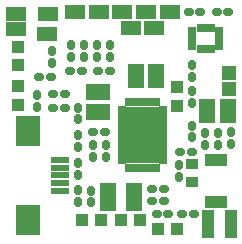
<source format=gbs>
G04*
G04 #@! TF.GenerationSoftware,Altium Limited,Altium Designer,18.0.11 (651)*
G04*
G04 Layer_Color=16711935*
%FSAX44Y44*%
%MOMM*%
G71*
G01*
G75*
%ADD12R,1.7032X1.1532*%
%ADD40R,0.7532X0.5032*%
%ADD41R,0.5032X0.7532*%
%ADD42R,2.8532X4.8532*%
%ADD43R,1.9032X1.0032*%
%ADD44R,1.0032X1.1032*%
%ADD45R,1.1032X1.0032*%
G04:AMPARAMS|DCode=46|XSize=0.7032mm|YSize=0.8032mm|CornerRadius=0.1641mm|HoleSize=0mm|Usage=FLASHONLY|Rotation=90.000|XOffset=0mm|YOffset=0mm|HoleType=Round|Shape=RoundedRectangle|*
%AMROUNDEDRECTD46*
21,1,0.7032,0.4750,0,0,90.0*
21,1,0.3750,0.8032,0,0,90.0*
1,1,0.3282,0.2375,0.1875*
1,1,0.3282,0.2375,-0.1875*
1,1,0.3282,-0.2375,-0.1875*
1,1,0.3282,-0.2375,0.1875*
%
%ADD46ROUNDEDRECTD46*%
%ADD47R,2.1032X2.5032*%
%ADD48R,1.6032X0.6032*%
G04:AMPARAMS|DCode=49|XSize=0.7032mm|YSize=0.8032mm|CornerRadius=0.1641mm|HoleSize=0mm|Usage=FLASHONLY|Rotation=180.000|XOffset=0mm|YOffset=0mm|HoleType=Round|Shape=RoundedRectangle|*
%AMROUNDEDRECTD49*
21,1,0.7032,0.4750,0,0,180.0*
21,1,0.3750,0.8032,0,0,180.0*
1,1,0.3282,-0.1875,0.2375*
1,1,0.3282,0.1875,0.2375*
1,1,0.3282,0.1875,-0.2375*
1,1,0.3282,-0.1875,-0.2375*
%
%ADD49ROUNDEDRECTD49*%
%ADD50R,1.1032X0.9032*%
%ADD51R,2.0232X1.3932*%
%ADD52R,1.3932X2.0232*%
%ADD53R,1.4232X2.4232*%
%ADD54R,0.6032X0.8032*%
%ADD55R,0.8032X0.6032*%
%ADD56R,1.1532X1.1532*%
%ADD57R,1.0532X2.4032*%
%ADD58C,0.7032*%
D12*
X00978750Y00899250D02*
D03*
X00998000D02*
D03*
X00908000Y00893500D02*
D03*
X00881250Y00910750D02*
D03*
X00951500Y00912250D02*
D03*
X00991500D02*
D03*
X00971500D02*
D03*
X00931500D02*
D03*
X01011500D02*
D03*
X00881250Y00897750D02*
D03*
X00908250Y00910750D02*
D03*
D40*
X00970750Y00786500D02*
D03*
Y00790500D02*
D03*
Y00794500D02*
D03*
Y00798500D02*
D03*
Y00802500D02*
D03*
Y00806500D02*
D03*
Y00810500D02*
D03*
Y00814500D02*
D03*
Y00818500D02*
D03*
Y00822500D02*
D03*
Y00826500D02*
D03*
Y00830500D02*
D03*
X01006250D02*
D03*
Y00826500D02*
D03*
Y00822500D02*
D03*
Y00818500D02*
D03*
Y00814500D02*
D03*
Y00810500D02*
D03*
Y00806500D02*
D03*
Y00802500D02*
D03*
Y00798500D02*
D03*
Y00794500D02*
D03*
Y00790500D02*
D03*
Y00786500D02*
D03*
D41*
X00976500Y00836250D02*
D03*
X00980500D02*
D03*
X00984500D02*
D03*
X00988500D02*
D03*
X00992500D02*
D03*
X00996500D02*
D03*
X01000500D02*
D03*
Y00780750D02*
D03*
X00996500D02*
D03*
X00992500D02*
D03*
X00988500D02*
D03*
X00984500D02*
D03*
X00980500D02*
D03*
X00976500D02*
D03*
D42*
X00988500Y00808500D02*
D03*
D43*
X01051000Y00751500D02*
D03*
Y00787500D02*
D03*
D44*
X00953000Y00736000D02*
D03*
X00937000D02*
D03*
X01018000Y00728500D02*
D03*
X01002000D02*
D03*
X00970000Y00736000D02*
D03*
X00986000D02*
D03*
D45*
X00883000Y00850000D02*
D03*
Y00834000D02*
D03*
X01017750Y00833000D02*
D03*
Y00849000D02*
D03*
X00883000Y00867250D02*
D03*
Y00883250D02*
D03*
D46*
X00996500Y00752250D02*
D03*
X01006500D02*
D03*
X00937500Y00862500D02*
D03*
X00927500D02*
D03*
X00961000D02*
D03*
X00951000D02*
D03*
X01006500Y00763000D02*
D03*
X00996500D02*
D03*
X01037500Y00912750D02*
D03*
X01027500D02*
D03*
X01051250Y00912750D02*
D03*
X01061250D02*
D03*
X01032250Y00741500D02*
D03*
X01022250D02*
D03*
X00922500Y00843250D02*
D03*
X00912500D02*
D03*
X00912500Y00831500D02*
D03*
X00922500D02*
D03*
X00911000Y00857250D02*
D03*
X00901000D02*
D03*
X00956750Y00811000D02*
D03*
X00946750D02*
D03*
X01010500Y00741500D02*
D03*
X01000500D02*
D03*
X01020250Y00794250D02*
D03*
X01030250D02*
D03*
D47*
X00891250Y00811680D02*
D03*
Y00736750D02*
D03*
D48*
X00918682Y00760880D02*
D03*
Y00767484D02*
D03*
Y00774088D02*
D03*
Y00780692D02*
D03*
Y00787296D02*
D03*
D49*
X00934250Y00751500D02*
D03*
Y00761500D02*
D03*
X00934250Y00784750D02*
D03*
Y00774750D02*
D03*
X00934250Y00821500D02*
D03*
Y00831500D02*
D03*
X00961000Y00874500D02*
D03*
Y00884500D02*
D03*
X00899250Y00842172D02*
D03*
Y00832172D02*
D03*
X01030250Y00816250D02*
D03*
Y00806250D02*
D03*
X01063000Y00810500D02*
D03*
Y00800500D02*
D03*
X00934250Y00808000D02*
D03*
Y00798000D02*
D03*
X00911500Y00869500D02*
D03*
Y00879500D02*
D03*
X01030500Y00857750D02*
D03*
Y00867750D02*
D03*
Y00835500D02*
D03*
Y00845500D02*
D03*
X00946250Y00799500D02*
D03*
Y00789500D02*
D03*
X00945000Y00761250D02*
D03*
Y00751250D02*
D03*
X00939250Y00874500D02*
D03*
Y00884500D02*
D03*
X00928250Y00874500D02*
D03*
Y00884500D02*
D03*
X00950250Y00884500D02*
D03*
Y00874500D02*
D03*
X01052250Y00810250D02*
D03*
Y00800250D02*
D03*
X01041500Y00810250D02*
D03*
Y00800250D02*
D03*
X00957250Y00799500D02*
D03*
Y00789500D02*
D03*
X01019000Y00782750D02*
D03*
Y00772750D02*
D03*
D50*
X01030750Y00783750D02*
D03*
Y00768750D02*
D03*
D51*
X00950750Y00827450D02*
D03*
Y00844550D02*
D03*
D52*
X00982700Y00858250D02*
D03*
X00999800D02*
D03*
X01043450Y00828500D02*
D03*
X01060550D02*
D03*
D53*
X00980900Y00755750D02*
D03*
X00959600D02*
D03*
D54*
X01037000Y00881000D02*
D03*
X01042000D02*
D03*
X01047000D02*
D03*
Y00899000D02*
D03*
X01042000D02*
D03*
X01037000D02*
D03*
D55*
X01053500Y00882500D02*
D03*
Y00887500D02*
D03*
Y00892500D02*
D03*
Y00897500D02*
D03*
X01030500D02*
D03*
Y00892500D02*
D03*
Y00887500D02*
D03*
Y00882500D02*
D03*
D56*
X01062000Y00847600D02*
D03*
Y00860750D02*
D03*
D57*
X01043750Y00733000D02*
D03*
X01063000D02*
D03*
D58*
X00983000Y00825000D02*
D03*
Y00792000D02*
D03*
X00994000D02*
D03*
X00983000Y00803000D02*
D03*
X00994000D02*
D03*
X00983000Y00814000D02*
D03*
X00994000D02*
D03*
Y00825000D02*
D03*
M02*

</source>
